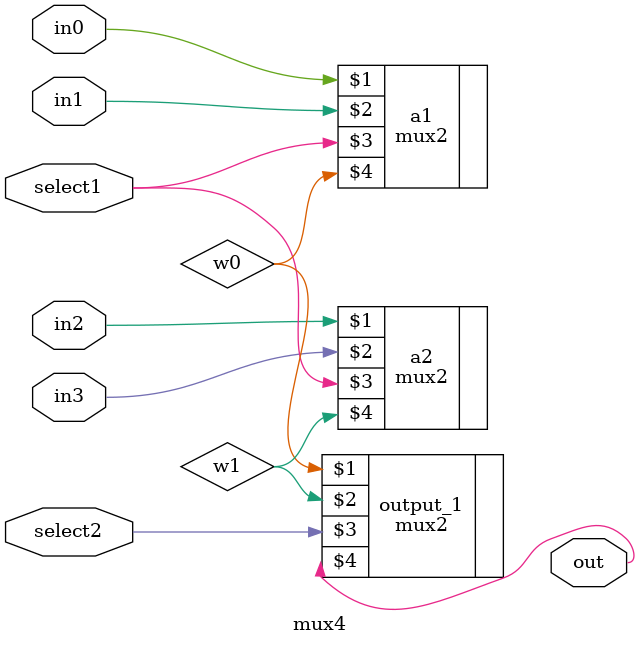
<source format=v>
module mux4(in0,in1,in2,in3,select1,select2,out);
	input in0,in1,in2,in3,select1,select2;
       output out;
	wire  w0,w1;
	mux2 a1(in0,in1,select1,w0);
	mux2 a2(in2,in3,select1,w1);
	mux2 output_1(w0,w1,select2,out);
endmodule

</source>
